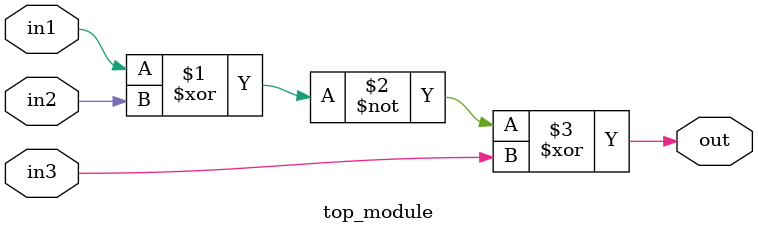
<source format=v>
module top_module(
    input in1,
    input in2,
    input in3,
    output out
);

    assign out = ~(in1 ^ in2) ^ in3;

endmodule
</source>
